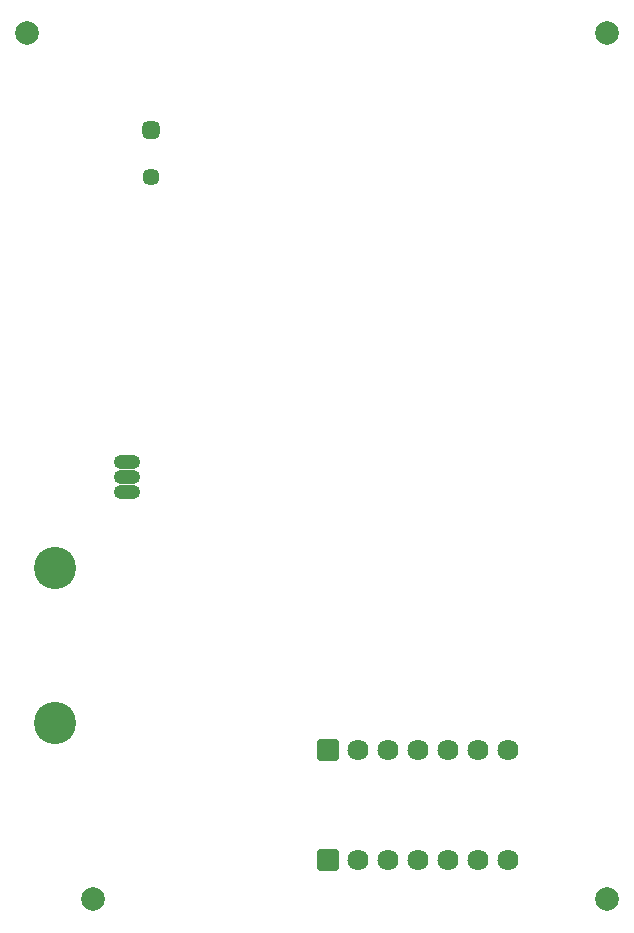
<source format=gbs>
G04 #@! TF.GenerationSoftware,KiCad,Pcbnew,7.0.10*
G04 #@! TF.CreationDate,2024-03-13T20:36:13-05:00*
G04 #@! TF.ProjectId,445_Left_Bicep,3434355f-4c65-4667-945f-42696365702e,rev?*
G04 #@! TF.SameCoordinates,Original*
G04 #@! TF.FileFunction,Soldermask,Bot*
G04 #@! TF.FilePolarity,Negative*
%FSLAX46Y46*%
G04 Gerber Fmt 4.6, Leading zero omitted, Abs format (unit mm)*
G04 Created by KiCad (PCBNEW 7.0.10) date 2024-03-13 20:36:13*
%MOMM*%
%LPD*%
G01*
G04 APERTURE LIST*
G04 Aperture macros list*
%AMRoundRect*
0 Rectangle with rounded corners*
0 $1 Rounding radius*
0 $2 $3 $4 $5 $6 $7 $8 $9 X,Y pos of 4 corners*
0 Add a 4 corners polygon primitive as box body*
4,1,4,$2,$3,$4,$5,$6,$7,$8,$9,$2,$3,0*
0 Add four circle primitives for the rounded corners*
1,1,$1+$1,$2,$3*
1,1,$1+$1,$4,$5*
1,1,$1+$1,$6,$7*
1,1,$1+$1,$8,$9*
0 Add four rect primitives between the rounded corners*
20,1,$1+$1,$2,$3,$4,$5,0*
20,1,$1+$1,$4,$5,$6,$7,0*
20,1,$1+$1,$6,$7,$8,$9,0*
20,1,$1+$1,$8,$9,$2,$3,0*%
G04 Aperture macros list end*
%ADD10RoundRect,0.102000X-0.795000X-0.795000X0.795000X-0.795000X0.795000X0.795000X-0.795000X0.795000X0*%
%ADD11C,1.794000*%
%ADD12C,2.000000*%
%ADD13O,2.236000X1.220000*%
%ADD14RoundRect,0.363100X-0.363100X-0.363100X0.363100X-0.363100X0.363100X0.363100X-0.363100X0.363100X0*%
%ADD15C,1.452400*%
%ADD16C,3.580000*%
G04 APERTURE END LIST*
D10*
X130048000Y-129667000D03*
D11*
X132588000Y-129667000D03*
X135128000Y-129667000D03*
X137668000Y-129667000D03*
X140208000Y-129667000D03*
X142748000Y-129667000D03*
X145288000Y-129667000D03*
D12*
X153670000Y-59690000D03*
D13*
X113030000Y-96012000D03*
X113030000Y-97282000D03*
X113030000Y-98552000D03*
D12*
X153670000Y-132969000D03*
D10*
X130048000Y-120396000D03*
D11*
X132588000Y-120396000D03*
X135128000Y-120396000D03*
X137668000Y-120396000D03*
X140208000Y-120396000D03*
X142748000Y-120396000D03*
X145288000Y-120396000D03*
D14*
X115062000Y-67882000D03*
D15*
X115062000Y-71882000D03*
D16*
X106934000Y-104936000D03*
X106934000Y-118076000D03*
D12*
X110109000Y-132969000D03*
X104521000Y-59690000D03*
M02*

</source>
